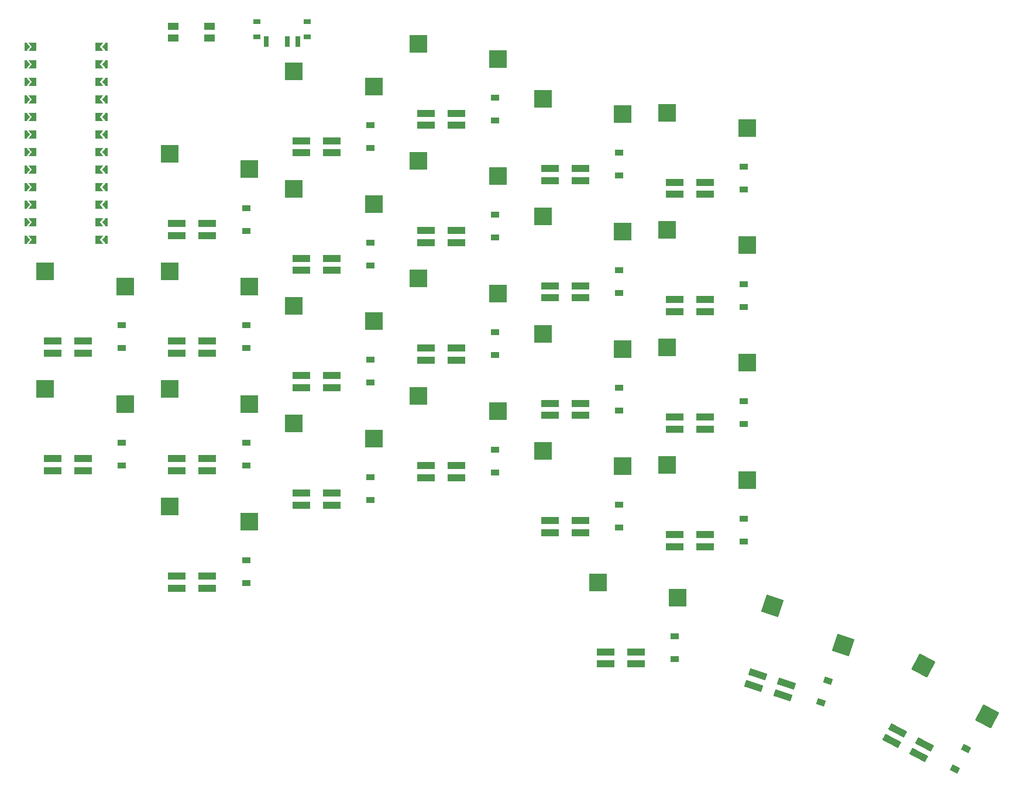
<source format=gbr>
%TF.GenerationSoftware,KiCad,Pcbnew,9.0.6*%
%TF.CreationDate,2025-11-09T20:29:50+01:00*%
%TF.ProjectId,main_pcb,6d61696e-5f70-4636-922e-6b696361645f,v1.0.0*%
%TF.SameCoordinates,Original*%
%TF.FileFunction,Paste,Bot*%
%TF.FilePolarity,Positive*%
%FSLAX46Y46*%
G04 Gerber Fmt 4.6, Leading zero omitted, Abs format (unit mm)*
G04 Created by KiCad (PCBNEW 9.0.6) date 2025-11-09 20:29:50*
%MOMM*%
%LPD*%
G01*
G04 APERTURE LIST*
G04 Aperture macros list*
%AMRotRect*
0 Rectangle, with rotation*
0 The origin of the aperture is its center*
0 $1 length*
0 $2 width*
0 $3 Rotation angle, in degrees counterclockwise*
0 Add horizontal line*
21,1,$1,$2,0,0,$3*%
%AMFreePoly0*
4,1,6,0.250000,0.000000,-0.250000,-0.625000,-0.500000,-0.625000,-0.500000,0.625000,-0.250000,0.625000,0.250000,0.000000,0.250000,0.000000,$1*%
%AMFreePoly1*
4,1,6,0.500000,-0.625000,-0.650000,-0.625000,-0.150000,0.000000,-0.650000,0.625000,0.500000,0.625000,0.500000,-0.625000,0.500000,-0.625000,$1*%
G04 Aperture macros list end*
%ADD10R,2.600000X2.600000*%
%ADD11RotRect,2.600000X2.600000X342.000000*%
%ADD12RotRect,2.600000X2.600000X332.000000*%
%ADD13FreePoly0,0.000000*%
%ADD14FreePoly1,0.000000*%
%ADD15FreePoly1,180.000000*%
%ADD16FreePoly0,180.000000*%
%ADD17R,1.550000X1.000000*%
%ADD18R,1.200000X0.900000*%
%ADD19RotRect,0.900000X1.200000X72.000000*%
%ADD20RotRect,0.900000X1.200000X62.000000*%
%ADD21R,2.600000X1.000000*%
%ADD22RotRect,2.600000X1.000000X342.000000*%
%ADD23RotRect,2.600000X1.000000X332.000000*%
%ADD24R,1.000000X0.800000*%
%ADD25R,0.700000X1.500000*%
G04 APERTURE END LIST*
D10*
%TO.C,S1*%
X96725000Y-144050000D03*
X108275000Y-146250000D03*
%TD*%
%TO.C,S2*%
X96725000Y-127050000D03*
X108275000Y-129250000D03*
%TD*%
%TO.C,S3*%
X96725000Y-110050000D03*
X108275000Y-112250000D03*
%TD*%
%TO.C,S4*%
X96725000Y-93050000D03*
X108275000Y-95250000D03*
%TD*%
%TO.C,S5*%
X114725000Y-132050000D03*
X126275000Y-134250000D03*
%TD*%
%TO.C,S6*%
X114725000Y-115050000D03*
X126275000Y-117250000D03*
%TD*%
%TO.C,S7*%
X114725000Y-98050000D03*
X126275000Y-100250000D03*
%TD*%
%TO.C,S8*%
X114725000Y-81050000D03*
X126275000Y-83250000D03*
%TD*%
%TO.C,S9*%
X132725000Y-128050000D03*
X144275000Y-130250000D03*
%TD*%
%TO.C,S10*%
X132725000Y-111050000D03*
X144275000Y-113250000D03*
%TD*%
%TO.C,S11*%
X132725000Y-94050000D03*
X144275000Y-96250000D03*
%TD*%
%TO.C,S12*%
X132725000Y-77050000D03*
X144275000Y-79250000D03*
%TD*%
%TO.C,S13*%
X150725000Y-136050000D03*
X162275000Y-138250000D03*
%TD*%
%TO.C,S14*%
X150725000Y-119050000D03*
X162275000Y-121250000D03*
%TD*%
%TO.C,S15*%
X150725000Y-102050000D03*
X162275000Y-104250000D03*
%TD*%
%TO.C,S16*%
X150725000Y-85050000D03*
X162275000Y-87250000D03*
%TD*%
%TO.C,S17*%
X168725000Y-138050000D03*
X180275000Y-140250000D03*
%TD*%
%TO.C,S18*%
X168725000Y-121050000D03*
X180275000Y-123250000D03*
%TD*%
%TO.C,S19*%
X168725000Y-104050000D03*
X180275000Y-106250000D03*
%TD*%
%TO.C,S20*%
X168725000Y-87050000D03*
X180275000Y-89250000D03*
%TD*%
%TO.C,S21*%
X78725000Y-127050000D03*
X90275000Y-129250000D03*
%TD*%
%TO.C,S22*%
X78725000Y-110050000D03*
X90275000Y-112250000D03*
%TD*%
%TO.C,S23*%
X158725000Y-155050000D03*
X170275000Y-157250000D03*
%TD*%
D11*
%TO.C,S24*%
X183917772Y-158477878D03*
X194222637Y-164139349D03*
%TD*%
D12*
%TO.C,S25*%
X205830722Y-167064520D03*
X214995930Y-174429402D03*
%TD*%
D13*
%TO.C,MCU1*%
X76225000Y-77500000D03*
D14*
X76950000Y-77500000D03*
D15*
X86500000Y-77500000D03*
D16*
X87225000Y-77500000D03*
D13*
X76225000Y-80040000D03*
D14*
X76950000Y-80040000D03*
D15*
X86500000Y-80040000D03*
D16*
X87225000Y-80040000D03*
D13*
X76225000Y-82580000D03*
D14*
X76950000Y-82580000D03*
D15*
X86500000Y-82580000D03*
D16*
X87225000Y-82580000D03*
D13*
X76225000Y-85120000D03*
D14*
X76950000Y-85120000D03*
D15*
X86500000Y-85120000D03*
D16*
X87225000Y-85120000D03*
D13*
X76225000Y-87660000D03*
D14*
X76950000Y-87660000D03*
D15*
X86500000Y-87660000D03*
D16*
X87225000Y-87660000D03*
D13*
X76225000Y-90200000D03*
D14*
X76950000Y-90200000D03*
D15*
X86500000Y-90200000D03*
D16*
X87225000Y-90200000D03*
D13*
X76225000Y-92740000D03*
D14*
X76950000Y-92740000D03*
D15*
X86500000Y-92740000D03*
D16*
X87225000Y-92740000D03*
D13*
X76225000Y-95280000D03*
D14*
X76950000Y-95280000D03*
D15*
X86500000Y-95280000D03*
D16*
X87225000Y-95280000D03*
D13*
X76225000Y-97820000D03*
D14*
X76950000Y-97820000D03*
D15*
X86500000Y-97820000D03*
D16*
X87225000Y-97820000D03*
D13*
X76225000Y-100360000D03*
D14*
X76950000Y-100360000D03*
D15*
X86500000Y-100360000D03*
D16*
X87225000Y-100360000D03*
D13*
X76225000Y-102900000D03*
D14*
X76950000Y-102900000D03*
D15*
X86500000Y-102900000D03*
D16*
X87225000Y-102900000D03*
D13*
X76225000Y-105440000D03*
D14*
X76950000Y-105440000D03*
D15*
X86500000Y-105440000D03*
D16*
X87225000Y-105440000D03*
%TD*%
D17*
%TO.C,B1*%
X97250000Y-74525000D03*
X102500000Y-74525000D03*
X97250000Y-76225000D03*
X102500000Y-76225000D03*
%TD*%
D18*
%TO.C,D1*%
X107800000Y-151850000D03*
X107800000Y-155150000D03*
%TD*%
%TO.C,D2*%
X107800000Y-134850000D03*
X107800000Y-138150000D03*
%TD*%
%TO.C,D3*%
X107800000Y-117850000D03*
X107800000Y-121150000D03*
%TD*%
%TO.C,D4*%
X107800000Y-100850000D03*
X107800000Y-104150000D03*
%TD*%
%TO.C,D5*%
X125800000Y-139850000D03*
X125800000Y-143150000D03*
%TD*%
%TO.C,D6*%
X125800000Y-122850000D03*
X125800000Y-126150000D03*
%TD*%
%TO.C,D7*%
X125800000Y-105850000D03*
X125800000Y-109150000D03*
%TD*%
%TO.C,D8*%
X125800000Y-88850000D03*
X125800000Y-92150000D03*
%TD*%
%TO.C,D9*%
X143800000Y-135850000D03*
X143800000Y-139150000D03*
%TD*%
%TO.C,D10*%
X143800000Y-118850000D03*
X143800000Y-122150000D03*
%TD*%
%TO.C,D11*%
X143800000Y-101850000D03*
X143800000Y-105150000D03*
%TD*%
%TO.C,D12*%
X143800000Y-84850000D03*
X143800000Y-88150000D03*
%TD*%
%TO.C,D13*%
X161800000Y-143850000D03*
X161800000Y-147150000D03*
%TD*%
%TO.C,D14*%
X161800000Y-126850000D03*
X161800000Y-130150000D03*
%TD*%
%TO.C,D15*%
X161800000Y-109850000D03*
X161800000Y-113150000D03*
%TD*%
%TO.C,D16*%
X161800000Y-92850000D03*
X161800000Y-96150000D03*
%TD*%
%TO.C,D17*%
X179800000Y-145850000D03*
X179800000Y-149150000D03*
%TD*%
%TO.C,D18*%
X179800000Y-128850000D03*
X179800000Y-132150000D03*
%TD*%
%TO.C,D19*%
X179800000Y-111850000D03*
X179800000Y-115150000D03*
%TD*%
%TO.C,D20*%
X179800000Y-94850000D03*
X179800000Y-98150000D03*
%TD*%
%TO.C,D21*%
X89800000Y-134850000D03*
X89800000Y-138150000D03*
%TD*%
%TO.C,D22*%
X89800000Y-117850000D03*
X89800000Y-121150000D03*
%TD*%
%TO.C,D23*%
X169800000Y-162850000D03*
X169800000Y-166150000D03*
%TD*%
D19*
%TO.C,D24*%
X192040390Y-169318483D03*
X191020634Y-172456969D03*
%TD*%
D20*
%TO.C,D25*%
X211947489Y-179150909D03*
X210398233Y-182064637D03*
%TD*%
D21*
%TO.C,LED1*%
X97800000Y-154125000D03*
X97800000Y-155875000D03*
X102200000Y-155875000D03*
X102200000Y-154125000D03*
%TD*%
%TO.C,LED2*%
X97800000Y-137125000D03*
X97800000Y-138875000D03*
X102200000Y-138875000D03*
X102200000Y-137125000D03*
%TD*%
%TO.C,LED3*%
X97800000Y-120125000D03*
X97800000Y-121875000D03*
X102200000Y-121875000D03*
X102200000Y-120125000D03*
%TD*%
%TO.C,LED4*%
X97800000Y-103125000D03*
X97800000Y-104875000D03*
X102200000Y-104875000D03*
X102200000Y-103125000D03*
%TD*%
%TO.C,LED5*%
X115800000Y-142125000D03*
X115800000Y-143875000D03*
X120200000Y-143875000D03*
X120200000Y-142125000D03*
%TD*%
%TO.C,LED6*%
X115800000Y-125125000D03*
X115800000Y-126875000D03*
X120200000Y-126875000D03*
X120200000Y-125125000D03*
%TD*%
%TO.C,LED7*%
X115800000Y-108125000D03*
X115800000Y-109875000D03*
X120200000Y-109875000D03*
X120200000Y-108125000D03*
%TD*%
%TO.C,LED8*%
X115800000Y-91125000D03*
X115800000Y-92875000D03*
X120200000Y-92875000D03*
X120200000Y-91125000D03*
%TD*%
%TO.C,LED9*%
X133800000Y-138125000D03*
X133800000Y-139875000D03*
X138200000Y-139875000D03*
X138200000Y-138125000D03*
%TD*%
%TO.C,LED10*%
X133800000Y-121125000D03*
X133800000Y-122875000D03*
X138200000Y-122875000D03*
X138200000Y-121125000D03*
%TD*%
%TO.C,LED11*%
X133800000Y-104125000D03*
X133800000Y-105875000D03*
X138200000Y-105875000D03*
X138200000Y-104125000D03*
%TD*%
%TO.C,LED12*%
X133800000Y-87125000D03*
X133800000Y-88875000D03*
X138200000Y-88875000D03*
X138200000Y-87125000D03*
%TD*%
%TO.C,LED13*%
X151800000Y-146125000D03*
X151800000Y-147875000D03*
X156200000Y-147875000D03*
X156200000Y-146125000D03*
%TD*%
%TO.C,LED14*%
X151800000Y-129125000D03*
X151800000Y-130875000D03*
X156200000Y-130875000D03*
X156200000Y-129125000D03*
%TD*%
%TO.C,LED15*%
X151800000Y-112125000D03*
X151800000Y-113875000D03*
X156200000Y-113875000D03*
X156200000Y-112125000D03*
%TD*%
%TO.C,LED16*%
X151800000Y-95125000D03*
X151800000Y-96875000D03*
X156200000Y-96875000D03*
X156200000Y-95125000D03*
%TD*%
%TO.C,LED17*%
X169800000Y-148125000D03*
X169800000Y-149875000D03*
X174200000Y-149875000D03*
X174200000Y-148125000D03*
%TD*%
%TO.C,LED18*%
X169800000Y-131125000D03*
X169800000Y-132875000D03*
X174200000Y-132875000D03*
X174200000Y-131125000D03*
%TD*%
%TO.C,LED19*%
X169800000Y-114125000D03*
X169800000Y-115875000D03*
X174200000Y-115875000D03*
X174200000Y-114125000D03*
%TD*%
%TO.C,LED20*%
X169800000Y-97125000D03*
X169800000Y-98875000D03*
X174200000Y-98875000D03*
X174200000Y-97125000D03*
%TD*%
%TO.C,LED21*%
X79800000Y-137125000D03*
X79800000Y-138875000D03*
X84200000Y-138875000D03*
X84200000Y-137125000D03*
%TD*%
%TO.C,LED22*%
X79800000Y-120125000D03*
X79800000Y-121875000D03*
X84200000Y-121875000D03*
X84200000Y-120125000D03*
%TD*%
%TO.C,LED23*%
X159800000Y-165125000D03*
X159800000Y-166875000D03*
X164200000Y-166875000D03*
X164200000Y-165125000D03*
%TD*%
D22*
%TO.C,LED24*%
X181826812Y-168391966D03*
X181286032Y-170056315D03*
X185470680Y-171415990D03*
X186011460Y-169751641D03*
%TD*%
D23*
%TO.C,LED25*%
X202049965Y-176464899D03*
X201228390Y-178010058D03*
X205113359Y-180075733D03*
X205934934Y-178530574D03*
%TD*%
D24*
%TO.C,SW1*%
X109350000Y-76085000D03*
X109350000Y-73875000D03*
D25*
X115250000Y-76735000D03*
D24*
X116650000Y-76085000D03*
D25*
X113750000Y-76735000D03*
X110750000Y-76735000D03*
D24*
X116650000Y-73875000D03*
%TD*%
M02*

</source>
